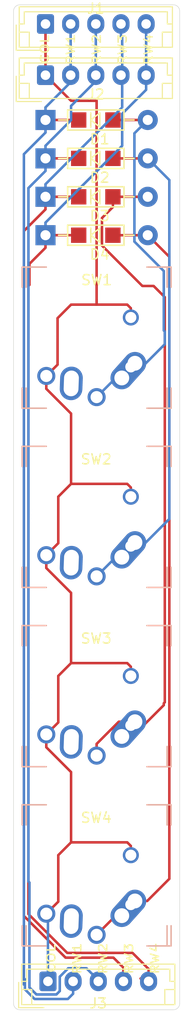
<source format=kicad_pcb>
(kicad_pcb (version 20171130) (host pcbnew "(5.1.2)-1")

  (general
    (thickness 1.6)
    (drawings 10)
    (tracks 182)
    (zones 0)
    (modules 11)
    (nets 10)
  )

  (page A4)
  (layers
    (0 F.Cu signal)
    (31 B.Cu signal)
    (32 B.Adhes user)
    (33 F.Adhes user)
    (34 B.Paste user)
    (35 F.Paste user)
    (36 B.SilkS user)
    (37 F.SilkS user)
    (38 B.Mask user)
    (39 F.Mask user)
    (40 Dwgs.User user)
    (41 Cmts.User user)
    (42 Eco1.User user)
    (43 Eco2.User user)
    (44 Edge.Cuts user)
    (45 Margin user)
    (46 B.CrtYd user)
    (47 F.CrtYd user)
    (48 B.Fab user)
    (49 F.Fab user)
  )

  (setup
    (last_trace_width 0.25)
    (trace_clearance 0.2)
    (zone_clearance 0.508)
    (zone_45_only no)
    (trace_min 0.2)
    (via_size 0.8)
    (via_drill 0.4)
    (via_min_size 0.4)
    (via_min_drill 0.3)
    (uvia_size 0.3)
    (uvia_drill 0.1)
    (uvias_allowed no)
    (uvia_min_size 0.2)
    (uvia_min_drill 0.1)
    (edge_width 0.05)
    (segment_width 0.2)
    (pcb_text_width 0.3)
    (pcb_text_size 1.5 1.5)
    (mod_edge_width 0.12)
    (mod_text_size 1 1)
    (mod_text_width 0.15)
    (pad_size 1.6 1.6)
    (pad_drill 1.1)
    (pad_to_mask_clearance 0.051)
    (solder_mask_min_width 0.25)
    (aux_axis_origin 0 0)
    (visible_elements 7FFFFFFF)
    (pcbplotparams
      (layerselection 0x010fc_ffffffff)
      (usegerberextensions false)
      (usegerberattributes false)
      (usegerberadvancedattributes false)
      (creategerberjobfile false)
      (excludeedgelayer true)
      (linewidth 0.100000)
      (plotframeref false)
      (viasonmask false)
      (mode 1)
      (useauxorigin false)
      (hpglpennumber 1)
      (hpglpenspeed 20)
      (hpglpendiameter 15.000000)
      (psnegative false)
      (psa4output false)
      (plotreference true)
      (plotvalue true)
      (plotinvisibletext false)
      (padsonsilk false)
      (subtractmaskfromsilk false)
      (outputformat 1)
      (mirror false)
      (drillshape 0)
      (scaleselection 1)
      (outputdirectory "gerber/"))
  )

  (net 0 "")
  (net 1 "Net-(D1-Pad2)")
  (net 2 "Net-(D1-Pad1)")
  (net 3 "Net-(D2-Pad2)")
  (net 4 "Net-(D2-Pad1)")
  (net 5 "Net-(D3-Pad2)")
  (net 6 "Net-(D3-Pad1)")
  (net 7 "Net-(D4-Pad2)")
  (net 8 "Net-(D4-Pad1)")
  (net 9 "Net-(J1-Pad1)")

  (net_class Default "これはデフォルトのネット クラスです。"
    (clearance 0.2)
    (trace_width 0.25)
    (via_dia 0.8)
    (via_drill 0.4)
    (uvia_dia 0.3)
    (uvia_drill 0.1)
    (add_net "Net-(D1-Pad1)")
    (add_net "Net-(D1-Pad2)")
    (add_net "Net-(D2-Pad1)")
    (add_net "Net-(D2-Pad2)")
    (add_net "Net-(D3-Pad1)")
    (add_net "Net-(D3-Pad2)")
    (add_net "Net-(D4-Pad1)")
    (add_net "Net-(D4-Pad2)")
    (add_net "Net-(J1-Pad1)")
  )

  (module kailh-pg1425-x-switch:MX-ALPS-Choc-X-straight-oneside (layer F.Cu) (tedit 60430040) (tstamp 60428E2D)
    (at 67.31 82.55 180)
    (path /6041E6F6)
    (fp_text reference SW1 (at -2.54 10.795 180) (layer F.SilkS)
      (effects (font (size 1 1) (thickness 0.15)))
    )
    (fp_text value SW_Push (at -2.54 -5.12 180) (layer F.Fab)
      (effects (font (size 1 1) (thickness 0.15)))
    )
    (fp_line (start -5.09 8.03) (end -5.09 11.63) (layer F.Fab) (width 0.15))
    (fp_line (start -5.09 11.63) (end 0.01 11.63) (layer F.Fab) (width 0.15))
    (fp_line (start 0.01 11.63) (end 0.01 8.03) (layer F.Fab) (width 0.15))
    (fp_line (start 0.01 8.03) (end -5.09 8.03) (layer F.Fab) (width 0.15))
    (fp_line (start 0.009992 11.629836) (end -5.090008 11.629836) (layer B.Fab) (width 0.15))
    (fp_line (start -5.090008 11.629836) (end -5.090008 8.029836) (layer B.Fab) (width 0.15))
    (fp_line (start 0.009992 8.029836) (end 0.009992 11.629836) (layer B.Fab) (width 0.15))
    (fp_line (start -5.090008 8.029836) (end 0.009992 8.029836) (layer B.Fab) (width 0.15))
    (fp_line (start -12.065 -4.445) (end 6.985 -4.445) (layer F.Fab) (width 0.15))
    (fp_line (start 6.985 -4.445) (end 6.985 14.605) (layer F.Fab) (width 0.15))
    (fp_line (start 6.985 14.605) (end -12.065 14.605) (layer F.Fab) (width 0.15))
    (fp_line (start -12.065 14.605) (end -12.065 -4.445) (layer F.Fab) (width 0.15))
    (fp_line (start -10.795 -3.175) (end 5.715 -3.175) (layer F.Fab) (width 0.12))
    (fp_line (start 5.715 -3.175) (end 5.715 13.335) (layer F.Fab) (width 0.12))
    (fp_line (start 5.715 13.335) (end -10.795 13.335) (layer F.Fab) (width 0.12))
    (fp_line (start -10.795 13.335) (end -10.795 -3.175) (layer F.Fab) (width 0.12))
    (fp_text user REF** (at -2.54 8.255 180) (layer F.Fab)
      (effects (font (size 1 1) (thickness 0.15)))
    )
    (fp_line (start -9.94 10.08) (end -9.94 12.08) (layer F.SilkS) (width 0.15))
    (fp_line (start 4.86 12.08) (end 4.86 10.08) (layer B.SilkS) (width 0.15))
    (fp_line (start -9.94 10.08) (end -9.94 12.08) (layer B.SilkS) (width 0.15))
    (fp_line (start -9.94 12.08) (end -7.54 12.08) (layer B.SilkS) (width 0.15))
    (fp_line (start -9.94 -1.92) (end -9.94 0.08) (layer F.SilkS) (width 0.15))
    (fp_line (start -9.54 -1.92) (end -9.54 0.08) (layer F.SilkS) (width 0.15))
    (fp_line (start 4.46 10.08) (end 4.46 12.08) (layer F.SilkS) (width 0.15))
    (fp_line (start -9.94 -1.92) (end -9.94 0.08) (layer B.SilkS) (width 0.15))
    (fp_line (start 4.86 -1.92) (end 4.86 0.08) (layer B.SilkS) (width 0.15))
    (fp_line (start 4.86 10.08) (end 4.86 12.08) (layer F.SilkS) (width 0.15))
    (fp_line (start 4.46 -1.92) (end 4.46 0.08) (layer B.SilkS) (width 0.15))
    (fp_line (start -9.54 10.08) (end -9.54 12.08) (layer F.SilkS) (width 0.15))
    (fp_line (start 4.86 12.08) (end 2.46 12.08) (layer F.SilkS) (width 0.15))
    (fp_line (start 4.46 0.08) (end 4.46 -1.92) (layer F.SilkS) (width 0.15))
    (fp_line (start 4.86 0.08) (end 4.86 -1.92) (layer F.SilkS) (width 0.15))
    (fp_line (start -7.54 -1.92) (end -9.94 -1.92) (layer F.SilkS) (width 0.15))
    (fp_line (start 2.46 -1.92) (end 4.86 -1.92) (layer B.SilkS) (width 0.15))
    (fp_line (start -9.94 12.08) (end -7.54 12.08) (layer F.SilkS) (width 0.15))
    (fp_line (start -9.54 -1.92) (end -9.54 0.08) (layer B.SilkS) (width 0.15))
    (fp_line (start -7.54 -1.92) (end -9.94 -1.92) (layer B.SilkS) (width 0.15))
    (fp_line (start 4.46 12.08) (end 4.46 10.08) (layer B.SilkS) (width 0.15))
    (fp_line (start -9.54 10.08) (end -9.54 12.08) (layer B.SilkS) (width 0.15))
    (fp_line (start 2.46 12.08) (end 4.86 12.08) (layer B.SilkS) (width 0.15))
    (fp_line (start 4.86 -1.92) (end 2.46 -1.92) (layer F.SilkS) (width 0.15))
    (pad "" np_thru_hole circle (at 2.96 5.08 228.1) (size 1.9 1.9) (drill 1.9) (layers *.Cu *.Mask))
    (pad "" np_thru_hole circle (at -8.04 5.08 228.1) (size 1.9 1.9) (drill 1.9) (layers *.Cu *.Mask))
    (pad 1 thru_hole circle (at 2.46 1.28 180) (size 1.8 1.8) (drill 1.2) (layers *.Cu *.Mask)
      (net 9 "Net-(J1-Pad1)"))
    (pad "" np_thru_hole circle (at 2.54 5.08 228.0996) (size 1.75 1.75) (drill 1.75) (layers *.Cu *.Mask))
    (pad "" np_thru_hole circle (at -7.62 5.08 228.0996) (size 1.75 1.75) (drill 1.75) (layers *.Cu *.Mask))
    (pad "" np_thru_hole circle (at -2.54 5.08 180) (size 3.9878 3.9878) (drill 3.9878) (layers *.Cu *.Mask))
    (pad 3 thru_hole oval (at -0.02 0.54 267.8) (size 3.33 2.25) (drill oval 2.55 1.47) (layers *.Cu *.Mask))
    (pad 2 thru_hole custom (at -6.35 2.54 180) (size 2.25 2.25) (drill 1.47) (layers *.Cu *.Mask)
      (net 1 "Net-(D1-Pad2)")
      (options (clearance outline) (anchor circle))
      (primitives
        (gr_line (start 1.61 -1.16) (end 0.3 0.3) (width 1.4))
        (gr_line (start 1.007915 -1.7579) (end -0.34 -0.26) (width 1.4))
        (gr_arc (start 1.31 -1.46) (end 1.61 -1.16) (angle -180.3) (width 1.4))
      ))
    (pad "" np_thru_hole circle (at -7.76 9.28 228.1) (size 1.2 1.2) (drill 1.2) (layers *.Cu *.Mask))
    (pad "" np_thru_hole oval (at -0.635 5.97916 180) (size 0.5 4.1) (drill oval 0.5 4.1) (layers *.Cu *.Mask))
    (pad "" np_thru_hole oval (at -4.84 5.98 180) (size 0.5 4.1) (drill oval 0.5 4.1) (layers *.Cu *.Mask))
    (pad "" np_thru_hole oval (at -2.54 6.88 180) (size 5.1 1.5) (drill oval 5.1 1.5) (layers *.Cu *.Mask))
    (pad "" np_thru_hole oval (at -4.44 5.98 180) (size 0.5 4.1) (drill oval 0.5 4.1) (layers *.Cu *.Mask))
    (pad "" np_thru_hole oval (at -2.54 7.78 180) (size 5.1 0.5) (drill oval 5.1 0.5) (layers *.Cu *.Mask))
    (pad "" np_thru_hole oval (at -2.54 4.18 180) (size 5.1 0.5) (drill oval 5.1 0.5) (layers *.Cu *.Mask))
    (pad "" np_thru_hole oval (at -0.24 5.98 180) (size 0.5 4.1) (drill oval 0.5 4.1) (layers *.Cu *.Mask))
    (pad 2 thru_hole circle (at -2.54 -0.82 180) (size 1.8 1.8) (drill 1.2) (layers *.Cu *.Mask)
      (net 1 "Net-(D1-Pad2)") (zone_connect 0))
    (pad 2 thru_hole circle (at -5.04 1.08 180) (size 2.25 2.25) (drill 1.47) (layers *.Cu B.Mask)
      (net 1 "Net-(D1-Pad2)"))
    (pad "" np_thru_hole circle (at 2.959992 10.579836) (size 1.3 1.3) (drill 1.3) (layers *.Cu *.Mask))
    (pad 1 thru_hole circle (at -5.940008 7.079836) (size 1.6 1.6) (drill 1.1) (layers *.Cu *.Mask)
      (net 9 "Net-(J1-Pad1)"))
    (pad "" np_thru_hole circle (at -8.040008 -0.420164) (size 1.3 1.3) (drill 1.3) (layers *.Cu *.Mask))
    (pad 2 thru_hole circle (at -5.940008 2.179836) (size 1.6 1.6) (drill 1.1) (layers *.Cu *.Mask)
      (net 1 "Net-(D1-Pad2)"))
  )

  (module pineapple50:Diode_TH_SOD123 (layer F.Cu) (tedit 5FC36182) (tstamp 60428D28)
    (at 64.77 55.88)
    (descr "Diode, DO-41, SOD81, Horizontal, RM 10mm,")
    (tags "Diode, DO-41, SOD81, Horizontal, RM 10mm, 1N4007, SB140,")
    (path /6041EBA4)
    (fp_text reference D1 (at 5.38734 1.90246) (layer F.SilkS)
      (effects (font (size 1 1) (thickness 0.15)))
    )
    (fp_text value D (at 4.37134 -3.55854) (layer F.Fab) hide
      (effects (font (size 1 1) (thickness 0.15)))
    )
    (fp_line (start 2.2 1) (end 2.2 -1) (layer F.SilkS) (width 0.15))
    (fp_line (start 2.2 -1) (end 7.8 -1) (layer F.SilkS) (width 0.15))
    (fp_line (start 7.8 -1) (end 7.8 1) (layer F.SilkS) (width 0.15))
    (fp_line (start 7.8 1) (end 2.2 1) (layer F.SilkS) (width 0.15))
    (fp_line (start 7.8 0) (end 8.8 0) (layer F.SilkS) (width 0.15))
    (fp_line (start 1.3 0) (end 2.2 0) (layer F.SilkS) (width 0.15))
    (fp_line (start 5.4 -0.7) (end 5.4 0.7) (layer F.SilkS) (width 0.15))
    (fp_line (start 5.4 0.7) (end 4.5 0) (layer F.SilkS) (width 0.15))
    (fp_line (start 4.5 0) (end 5.4 -0.7) (layer F.SilkS) (width 0.15))
    (fp_line (start 4.5 -0.7) (end 4.5 0.7) (layer F.SilkS) (width 0.15))
    (pad 2 smd rect (at 6.7 0) (size 1.524 1.524) (layers F.Cu F.Paste F.Mask)
      (net 1 "Net-(D1-Pad2)"))
    (pad 1 smd rect (at 3.3 0) (size 1.524 1.524) (layers F.Cu F.Paste F.Mask)
      (net 2 "Net-(D1-Pad1)"))
    (pad 1 thru_hole rect (at 0 -0.00254 180) (size 1.99898 1.99898) (drill 1) (layers *.Cu *.Mask)
      (net 2 "Net-(D1-Pad1)"))
    (pad 2 thru_hole circle (at 10.16 -0.00254 180) (size 1.99898 1.99898) (drill 1) (layers *.Cu *.Mask)
      (net 1 "Net-(D1-Pad2)"))
  )

  (module pineapple50:Diode_TH_SOD123 (layer F.Cu) (tedit 5FC36182) (tstamp 60428D3A)
    (at 64.77 59.69)
    (descr "Diode, DO-41, SOD81, Horizontal, RM 10mm,")
    (tags "Diode, DO-41, SOD81, Horizontal, RM 10mm, 1N4007, SB140,")
    (path /60421705)
    (fp_text reference D2 (at 5.38734 1.90246) (layer F.SilkS)
      (effects (font (size 1 1) (thickness 0.15)))
    )
    (fp_text value D (at 4.37134 -3.55854) (layer F.Fab) hide
      (effects (font (size 1 1) (thickness 0.15)))
    )
    (fp_line (start 2.2 1) (end 2.2 -1) (layer F.SilkS) (width 0.15))
    (fp_line (start 2.2 -1) (end 7.8 -1) (layer F.SilkS) (width 0.15))
    (fp_line (start 7.8 -1) (end 7.8 1) (layer F.SilkS) (width 0.15))
    (fp_line (start 7.8 1) (end 2.2 1) (layer F.SilkS) (width 0.15))
    (fp_line (start 7.8 0) (end 8.8 0) (layer F.SilkS) (width 0.15))
    (fp_line (start 1.3 0) (end 2.2 0) (layer F.SilkS) (width 0.15))
    (fp_line (start 5.4 -0.7) (end 5.4 0.7) (layer F.SilkS) (width 0.15))
    (fp_line (start 5.4 0.7) (end 4.5 0) (layer F.SilkS) (width 0.15))
    (fp_line (start 4.5 0) (end 5.4 -0.7) (layer F.SilkS) (width 0.15))
    (fp_line (start 4.5 -0.7) (end 4.5 0.7) (layer F.SilkS) (width 0.15))
    (pad 2 smd rect (at 6.7 0) (size 1.524 1.524) (layers F.Cu F.Paste F.Mask)
      (net 3 "Net-(D2-Pad2)"))
    (pad 1 smd rect (at 3.3 0) (size 1.524 1.524) (layers F.Cu F.Paste F.Mask)
      (net 4 "Net-(D2-Pad1)"))
    (pad 1 thru_hole rect (at 0 -0.00254 180) (size 1.99898 1.99898) (drill 1) (layers *.Cu *.Mask)
      (net 4 "Net-(D2-Pad1)"))
    (pad 2 thru_hole circle (at 10.16 -0.00254 180) (size 1.99898 1.99898) (drill 1) (layers *.Cu *.Mask)
      (net 3 "Net-(D2-Pad2)"))
  )

  (module pineapple50:Diode_TH_SOD123 (layer F.Cu) (tedit 5FC36182) (tstamp 60428D4C)
    (at 64.77 63.5)
    (descr "Diode, DO-41, SOD81, Horizontal, RM 10mm,")
    (tags "Diode, DO-41, SOD81, Horizontal, RM 10mm, 1N4007, SB140,")
    (path /6042280B)
    (fp_text reference D3 (at 5.38734 1.90246) (layer F.SilkS)
      (effects (font (size 1 1) (thickness 0.15)))
    )
    (fp_text value D (at 4.37134 -3.55854) (layer F.Fab) hide
      (effects (font (size 1 1) (thickness 0.15)))
    )
    (fp_line (start 2.2 1) (end 2.2 -1) (layer F.SilkS) (width 0.15))
    (fp_line (start 2.2 -1) (end 7.8 -1) (layer F.SilkS) (width 0.15))
    (fp_line (start 7.8 -1) (end 7.8 1) (layer F.SilkS) (width 0.15))
    (fp_line (start 7.8 1) (end 2.2 1) (layer F.SilkS) (width 0.15))
    (fp_line (start 7.8 0) (end 8.8 0) (layer F.SilkS) (width 0.15))
    (fp_line (start 1.3 0) (end 2.2 0) (layer F.SilkS) (width 0.15))
    (fp_line (start 5.4 -0.7) (end 5.4 0.7) (layer F.SilkS) (width 0.15))
    (fp_line (start 5.4 0.7) (end 4.5 0) (layer F.SilkS) (width 0.15))
    (fp_line (start 4.5 0) (end 5.4 -0.7) (layer F.SilkS) (width 0.15))
    (fp_line (start 4.5 -0.7) (end 4.5 0.7) (layer F.SilkS) (width 0.15))
    (pad 2 smd rect (at 6.7 0) (size 1.524 1.524) (layers F.Cu F.Paste F.Mask)
      (net 5 "Net-(D3-Pad2)"))
    (pad 1 smd rect (at 3.3 0) (size 1.524 1.524) (layers F.Cu F.Paste F.Mask)
      (net 6 "Net-(D3-Pad1)"))
    (pad 1 thru_hole rect (at 0 -0.00254 180) (size 1.99898 1.99898) (drill 1) (layers *.Cu *.Mask)
      (net 6 "Net-(D3-Pad1)"))
    (pad 2 thru_hole circle (at 10.16 -0.00254 180) (size 1.99898 1.99898) (drill 1) (layers *.Cu *.Mask)
      (net 5 "Net-(D3-Pad2)"))
  )

  (module pineapple50:Diode_TH_SOD123 (layer F.Cu) (tedit 5FC36182) (tstamp 60428D5E)
    (at 64.77 67.31)
    (descr "Diode, DO-41, SOD81, Horizontal, RM 10mm,")
    (tags "Diode, DO-41, SOD81, Horizontal, RM 10mm, 1N4007, SB140,")
    (path /60422817)
    (fp_text reference D4 (at 5.38734 1.90246) (layer F.SilkS)
      (effects (font (size 1 1) (thickness 0.15)))
    )
    (fp_text value D (at 4.37134 -3.55854) (layer F.Fab) hide
      (effects (font (size 1 1) (thickness 0.15)))
    )
    (fp_line (start 2.2 1) (end 2.2 -1) (layer F.SilkS) (width 0.15))
    (fp_line (start 2.2 -1) (end 7.8 -1) (layer F.SilkS) (width 0.15))
    (fp_line (start 7.8 -1) (end 7.8 1) (layer F.SilkS) (width 0.15))
    (fp_line (start 7.8 1) (end 2.2 1) (layer F.SilkS) (width 0.15))
    (fp_line (start 7.8 0) (end 8.8 0) (layer F.SilkS) (width 0.15))
    (fp_line (start 1.3 0) (end 2.2 0) (layer F.SilkS) (width 0.15))
    (fp_line (start 5.4 -0.7) (end 5.4 0.7) (layer F.SilkS) (width 0.15))
    (fp_line (start 5.4 0.7) (end 4.5 0) (layer F.SilkS) (width 0.15))
    (fp_line (start 4.5 0) (end 5.4 -0.7) (layer F.SilkS) (width 0.15))
    (fp_line (start 4.5 -0.7) (end 4.5 0.7) (layer F.SilkS) (width 0.15))
    (pad 2 smd rect (at 6.7 0) (size 1.524 1.524) (layers F.Cu F.Paste F.Mask)
      (net 7 "Net-(D4-Pad2)"))
    (pad 1 smd rect (at 3.3 0) (size 1.524 1.524) (layers F.Cu F.Paste F.Mask)
      (net 8 "Net-(D4-Pad1)"))
    (pad 1 thru_hole rect (at 0 -0.00254 180) (size 1.99898 1.99898) (drill 1) (layers *.Cu *.Mask)
      (net 8 "Net-(D4-Pad1)"))
    (pad 2 thru_hole circle (at 10.16 -0.00254 180) (size 1.99898 1.99898) (drill 1) (layers *.Cu *.Mask)
      (net 7 "Net-(D4-Pad2)"))
  )

  (module Connector_JST:JST_EH_B5B-EH-A_1x05_P2.50mm_Vertical (layer F.Cu) (tedit 5C28142C) (tstamp 60428D81)
    (at 64.77 46.355)
    (descr "JST EH series connector, B5B-EH-A (http://www.jst-mfg.com/product/pdf/eng/eEH.pdf), generated with kicad-footprint-generator")
    (tags "connector JST EH vertical")
    (path /604259C0)
    (fp_text reference J1 (at 5 -1.53) (layer F.SilkS)
      (effects (font (size 1 1) (thickness 0.15)))
    )
    (fp_text value Conn_01x05 (at 5 3.4) (layer F.Fab)
      (effects (font (size 1 1) (thickness 0.15)))
    )
    (fp_text user %R (at 5 1.5) (layer F.Fab)
      (effects (font (size 1 1) (thickness 0.15)))
    )
    (fp_line (start -2.91 2.61) (end -0.41 2.61) (layer F.Fab) (width 0.1))
    (fp_line (start -2.91 0.11) (end -2.91 2.61) (layer F.Fab) (width 0.1))
    (fp_line (start -2.91 2.61) (end -0.41 2.61) (layer F.SilkS) (width 0.12))
    (fp_line (start -2.91 0.11) (end -2.91 2.61) (layer F.SilkS) (width 0.12))
    (fp_line (start 11.61 0.81) (end 11.61 2.31) (layer F.SilkS) (width 0.12))
    (fp_line (start 12.61 0.81) (end 11.61 0.81) (layer F.SilkS) (width 0.12))
    (fp_line (start -1.61 0.81) (end -1.61 2.31) (layer F.SilkS) (width 0.12))
    (fp_line (start -2.61 0.81) (end -1.61 0.81) (layer F.SilkS) (width 0.12))
    (fp_line (start 12.11 0) (end 12.61 0) (layer F.SilkS) (width 0.12))
    (fp_line (start 12.11 -1.21) (end 12.11 0) (layer F.SilkS) (width 0.12))
    (fp_line (start -2.11 -1.21) (end 12.11 -1.21) (layer F.SilkS) (width 0.12))
    (fp_line (start -2.11 0) (end -2.11 -1.21) (layer F.SilkS) (width 0.12))
    (fp_line (start -2.61 0) (end -2.11 0) (layer F.SilkS) (width 0.12))
    (fp_line (start 12.61 -1.71) (end -2.61 -1.71) (layer F.SilkS) (width 0.12))
    (fp_line (start 12.61 2.31) (end 12.61 -1.71) (layer F.SilkS) (width 0.12))
    (fp_line (start -2.61 2.31) (end 12.61 2.31) (layer F.SilkS) (width 0.12))
    (fp_line (start -2.61 -1.71) (end -2.61 2.31) (layer F.SilkS) (width 0.12))
    (fp_line (start 13 -2.1) (end -3 -2.1) (layer F.CrtYd) (width 0.05))
    (fp_line (start 13 2.7) (end 13 -2.1) (layer F.CrtYd) (width 0.05))
    (fp_line (start -3 2.7) (end 13 2.7) (layer F.CrtYd) (width 0.05))
    (fp_line (start -3 -2.1) (end -3 2.7) (layer F.CrtYd) (width 0.05))
    (fp_line (start 12.5 -1.6) (end -2.5 -1.6) (layer F.Fab) (width 0.1))
    (fp_line (start 12.5 2.2) (end 12.5 -1.6) (layer F.Fab) (width 0.1))
    (fp_line (start -2.5 2.2) (end 12.5 2.2) (layer F.Fab) (width 0.1))
    (fp_line (start -2.5 -1.6) (end -2.5 2.2) (layer F.Fab) (width 0.1))
    (pad 5 thru_hole oval (at 10 0) (size 1.7 1.95) (drill 0.95) (layers *.Cu *.Mask)
      (net 8 "Net-(D4-Pad1)"))
    (pad 4 thru_hole oval (at 7.5 0) (size 1.7 1.95) (drill 0.95) (layers *.Cu *.Mask)
      (net 6 "Net-(D3-Pad1)"))
    (pad 3 thru_hole oval (at 5 0) (size 1.7 1.95) (drill 0.95) (layers *.Cu *.Mask)
      (net 4 "Net-(D2-Pad1)"))
    (pad 2 thru_hole oval (at 2.5 0) (size 1.7 1.95) (drill 0.95) (layers *.Cu *.Mask)
      (net 2 "Net-(D1-Pad1)"))
    (pad 1 thru_hole roundrect (at 0 0) (size 1.7 1.95) (drill 0.95) (layers *.Cu *.Mask) (roundrect_rratio 0.147059)
      (net 9 "Net-(J1-Pad1)"))
    (model ${KISYS3DMOD}/Connector_JST.3dshapes/JST_EH_B5B-EH-A_1x05_P2.50mm_Vertical.wrl
      (at (xyz 0 0 0))
      (scale (xyz 1 1 1))
      (rotate (xyz 0 0 0))
    )
  )

  (module Connector_JST:JST_EH_B5B-EH-A_1x05_P2.50mm_Vertical (layer F.Cu) (tedit 5C28142C) (tstamp 60428DA4)
    (at 64.77 51.435)
    (descr "JST EH series connector, B5B-EH-A (http://www.jst-mfg.com/product/pdf/eng/eEH.pdf), generated with kicad-footprint-generator")
    (tags "connector JST EH vertical")
    (path /60423841)
    (fp_text reference J2 (at 5 1.905) (layer F.SilkS)
      (effects (font (size 1 1) (thickness 0.15)))
    )
    (fp_text value Conn_01x05 (at 5 3.4) (layer F.Fab)
      (effects (font (size 1 1) (thickness 0.15)))
    )
    (fp_text user %R (at 5 1.5) (layer F.Fab)
      (effects (font (size 1 1) (thickness 0.15)))
    )
    (fp_line (start -2.91 2.61) (end -0.41 2.61) (layer F.Fab) (width 0.1))
    (fp_line (start -2.91 0.11) (end -2.91 2.61) (layer F.Fab) (width 0.1))
    (fp_line (start -2.91 2.61) (end -0.41 2.61) (layer F.SilkS) (width 0.12))
    (fp_line (start -2.91 0.11) (end -2.91 2.61) (layer F.SilkS) (width 0.12))
    (fp_line (start 11.61 0.81) (end 11.61 2.31) (layer F.SilkS) (width 0.12))
    (fp_line (start 12.61 0.81) (end 11.61 0.81) (layer F.SilkS) (width 0.12))
    (fp_line (start -1.61 0.81) (end -1.61 2.31) (layer F.SilkS) (width 0.12))
    (fp_line (start -2.61 0.81) (end -1.61 0.81) (layer F.SilkS) (width 0.12))
    (fp_line (start 12.11 0) (end 12.61 0) (layer F.SilkS) (width 0.12))
    (fp_line (start 12.11 -1.21) (end 12.11 0) (layer F.SilkS) (width 0.12))
    (fp_line (start -2.11 -1.21) (end 12.11 -1.21) (layer F.SilkS) (width 0.12))
    (fp_line (start -2.11 0) (end -2.11 -1.21) (layer F.SilkS) (width 0.12))
    (fp_line (start -2.61 0) (end -2.11 0) (layer F.SilkS) (width 0.12))
    (fp_line (start 12.61 -1.71) (end -2.61 -1.71) (layer F.SilkS) (width 0.12))
    (fp_line (start 12.61 2.31) (end 12.61 -1.71) (layer F.SilkS) (width 0.12))
    (fp_line (start -2.61 2.31) (end 12.61 2.31) (layer F.SilkS) (width 0.12))
    (fp_line (start -2.61 -1.71) (end -2.61 2.31) (layer F.SilkS) (width 0.12))
    (fp_line (start 13 -2.1) (end -3 -2.1) (layer F.CrtYd) (width 0.05))
    (fp_line (start 13 2.7) (end 13 -2.1) (layer F.CrtYd) (width 0.05))
    (fp_line (start -3 2.7) (end 13 2.7) (layer F.CrtYd) (width 0.05))
    (fp_line (start -3 -2.1) (end -3 2.7) (layer F.CrtYd) (width 0.05))
    (fp_line (start 12.5 -1.6) (end -2.5 -1.6) (layer F.Fab) (width 0.1))
    (fp_line (start 12.5 2.2) (end 12.5 -1.6) (layer F.Fab) (width 0.1))
    (fp_line (start -2.5 2.2) (end 12.5 2.2) (layer F.Fab) (width 0.1))
    (fp_line (start -2.5 -1.6) (end -2.5 2.2) (layer F.Fab) (width 0.1))
    (pad 5 thru_hole oval (at 10 0) (size 1.7 1.95) (drill 0.95) (layers *.Cu *.Mask)
      (net 8 "Net-(D4-Pad1)"))
    (pad 4 thru_hole oval (at 7.5 0) (size 1.7 1.95) (drill 0.95) (layers *.Cu *.Mask)
      (net 6 "Net-(D3-Pad1)"))
    (pad 3 thru_hole oval (at 5 0) (size 1.7 1.95) (drill 0.95) (layers *.Cu *.Mask)
      (net 4 "Net-(D2-Pad1)"))
    (pad 2 thru_hole oval (at 2.5 0) (size 1.7 1.95) (drill 0.95) (layers *.Cu *.Mask)
      (net 2 "Net-(D1-Pad1)"))
    (pad 1 thru_hole roundrect (at 0 0) (size 1.7 1.95) (drill 0.95) (layers *.Cu *.Mask) (roundrect_rratio 0.147059)
      (net 9 "Net-(J1-Pad1)"))
    (model ${KISYS3DMOD}/Connector_JST.3dshapes/JST_EH_B5B-EH-A_1x05_P2.50mm_Vertical.wrl
      (at (xyz 0 0 0))
      (scale (xyz 1 1 1))
      (rotate (xyz 0 0 0))
    )
  )

  (module Connector_JST:JST_EH_B5B-EH-A_1x05_P2.50mm_Vertical (layer F.Cu) (tedit 5C28142C) (tstamp 604304A2)
    (at 65.015001 141.325001)
    (descr "JST EH series connector, B5B-EH-A (http://www.jst-mfg.com/product/pdf/eng/eEH.pdf), generated with kicad-footprint-generator")
    (tags "connector JST EH vertical")
    (path /60425C54)
    (fp_text reference J3 (at 5 2.184999) (layer F.SilkS)
      (effects (font (size 1 1) (thickness 0.15)))
    )
    (fp_text value Conn_01x05 (at 5 3.4) (layer F.Fab)
      (effects (font (size 1 1) (thickness 0.15)))
    )
    (fp_text user %R (at 5 1.5) (layer F.Fab)
      (effects (font (size 1 1) (thickness 0.15)))
    )
    (fp_line (start -2.91 2.61) (end -0.41 2.61) (layer F.Fab) (width 0.1))
    (fp_line (start -2.91 0.11) (end -2.91 2.61) (layer F.Fab) (width 0.1))
    (fp_line (start -2.91 2.61) (end -0.41 2.61) (layer F.SilkS) (width 0.12))
    (fp_line (start -2.91 0.11) (end -2.91 2.61) (layer F.SilkS) (width 0.12))
    (fp_line (start 11.61 0.81) (end 11.61 2.31) (layer F.SilkS) (width 0.12))
    (fp_line (start 12.61 0.81) (end 11.61 0.81) (layer F.SilkS) (width 0.12))
    (fp_line (start -1.61 0.81) (end -1.61 2.31) (layer F.SilkS) (width 0.12))
    (fp_line (start -2.61 0.81) (end -1.61 0.81) (layer F.SilkS) (width 0.12))
    (fp_line (start 12.11 0) (end 12.61 0) (layer F.SilkS) (width 0.12))
    (fp_line (start 12.11 -1.21) (end 12.11 0) (layer F.SilkS) (width 0.12))
    (fp_line (start -2.11 -1.21) (end 12.11 -1.21) (layer F.SilkS) (width 0.12))
    (fp_line (start -2.11 0) (end -2.11 -1.21) (layer F.SilkS) (width 0.12))
    (fp_line (start -2.61 0) (end -2.11 0) (layer F.SilkS) (width 0.12))
    (fp_line (start 12.61 -1.71) (end -2.61 -1.71) (layer F.SilkS) (width 0.12))
    (fp_line (start 12.61 2.31) (end 12.61 -1.71) (layer F.SilkS) (width 0.12))
    (fp_line (start -2.61 2.31) (end 12.61 2.31) (layer F.SilkS) (width 0.12))
    (fp_line (start -2.61 -1.71) (end -2.61 2.31) (layer F.SilkS) (width 0.12))
    (fp_line (start 13 -2.1) (end -3 -2.1) (layer F.CrtYd) (width 0.05))
    (fp_line (start 13 2.7) (end 13 -2.1) (layer F.CrtYd) (width 0.05))
    (fp_line (start -3 2.7) (end 13 2.7) (layer F.CrtYd) (width 0.05))
    (fp_line (start -3 -2.1) (end -3 2.7) (layer F.CrtYd) (width 0.05))
    (fp_line (start 12.5 -1.6) (end -2.5 -1.6) (layer F.Fab) (width 0.1))
    (fp_line (start 12.5 2.2) (end 12.5 -1.6) (layer F.Fab) (width 0.1))
    (fp_line (start -2.5 2.2) (end 12.5 2.2) (layer F.Fab) (width 0.1))
    (fp_line (start -2.5 -1.6) (end -2.5 2.2) (layer F.Fab) (width 0.1))
    (pad 5 thru_hole oval (at 10 0) (size 1.7 1.95) (drill 0.95) (layers *.Cu *.Mask)
      (net 8 "Net-(D4-Pad1)"))
    (pad 4 thru_hole oval (at 7.5 0) (size 1.7 1.95) (drill 0.95) (layers *.Cu *.Mask)
      (net 6 "Net-(D3-Pad1)"))
    (pad 3 thru_hole oval (at 5 0) (size 1.7 1.95) (drill 0.95) (layers *.Cu *.Mask)
      (net 4 "Net-(D2-Pad1)"))
    (pad 2 thru_hole oval (at 2.5 0) (size 1.7 1.95) (drill 0.95) (layers *.Cu *.Mask)
      (net 2 "Net-(D1-Pad1)"))
    (pad 1 thru_hole roundrect (at 0 0) (size 1.7 1.95) (drill 0.95) (layers *.Cu *.Mask) (roundrect_rratio 0.147059)
      (net 9 "Net-(J1-Pad1)"))
    (model ${KISYS3DMOD}/Connector_JST.3dshapes/JST_EH_B5B-EH-A_1x05_P2.50mm_Vertical.wrl
      (at (xyz 0 0 0))
      (scale (xyz 1 1 1))
      (rotate (xyz 0 0 0))
    )
  )

  (module kailh-pg1425-x-switch:MX-ALPS-Choc-X-straight-oneside (layer F.Cu) (tedit 6042F972) (tstamp 604293EB)
    (at 67.31 100.33 180)
    (path /604216FF)
    (fp_text reference SW2 (at -2.5 10.795) (layer F.SilkS)
      (effects (font (size 1 1) (thickness 0.15)))
    )
    (fp_text value SW_Push (at -2.54 -5.12) (layer F.Fab)
      (effects (font (size 1 1) (thickness 0.15)))
    )
    (fp_line (start -5.09 8.03) (end -5.09 11.63) (layer F.Fab) (width 0.15))
    (fp_line (start -5.09 11.63) (end 0.01 11.63) (layer F.Fab) (width 0.15))
    (fp_line (start 0.01 11.63) (end 0.01 8.03) (layer F.Fab) (width 0.15))
    (fp_line (start 0.01 8.03) (end -5.09 8.03) (layer F.Fab) (width 0.15))
    (fp_line (start 0.009992 11.629836) (end -5.090008 11.629836) (layer B.Fab) (width 0.15))
    (fp_line (start -5.090008 11.629836) (end -5.090008 8.029836) (layer B.Fab) (width 0.15))
    (fp_line (start 0.009992 8.029836) (end 0.009992 11.629836) (layer B.Fab) (width 0.15))
    (fp_line (start -5.090008 8.029836) (end 0.009992 8.029836) (layer B.Fab) (width 0.15))
    (fp_line (start -12.065 -4.445) (end 6.985 -4.445) (layer F.Fab) (width 0.15))
    (fp_line (start 6.985 -4.445) (end 6.985 14.605) (layer F.Fab) (width 0.15))
    (fp_line (start 6.985 14.605) (end -12.065 14.605) (layer F.Fab) (width 0.15))
    (fp_line (start -12.065 14.605) (end -12.065 -4.445) (layer F.Fab) (width 0.15))
    (fp_line (start -10.795 -3.175) (end 5.715 -3.175) (layer F.Fab) (width 0.12))
    (fp_line (start 5.715 -3.175) (end 5.715 13.335) (layer F.Fab) (width 0.12))
    (fp_line (start 5.715 13.335) (end -10.795 13.335) (layer F.Fab) (width 0.12))
    (fp_line (start -10.795 13.335) (end -10.795 -3.175) (layer F.Fab) (width 0.12))
    (fp_text user REF** (at -2.54 8.255) (layer F.Fab)
      (effects (font (size 1 1) (thickness 0.15)))
    )
    (fp_line (start -9.94 10.08) (end -9.94 12.08) (layer F.SilkS) (width 0.15))
    (fp_line (start 4.86 12.08) (end 4.86 10.08) (layer B.SilkS) (width 0.15))
    (fp_line (start -9.94 10.08) (end -9.94 12.08) (layer B.SilkS) (width 0.15))
    (fp_line (start -9.94 12.08) (end -7.54 12.08) (layer B.SilkS) (width 0.15))
    (fp_line (start -9.94 -1.92) (end -9.94 0.08) (layer F.SilkS) (width 0.15))
    (fp_line (start -9.54 -1.92) (end -9.54 0.08) (layer F.SilkS) (width 0.15))
    (fp_line (start 4.46 10.08) (end 4.46 12.08) (layer F.SilkS) (width 0.15))
    (fp_line (start -9.94 -1.92) (end -9.94 0.08) (layer B.SilkS) (width 0.15))
    (fp_line (start 4.86 -1.92) (end 4.86 0.08) (layer B.SilkS) (width 0.15))
    (fp_line (start 4.86 10.08) (end 4.86 12.08) (layer F.SilkS) (width 0.15))
    (fp_line (start 4.46 -1.92) (end 4.46 0.08) (layer B.SilkS) (width 0.15))
    (fp_line (start -9.54 10.08) (end -9.54 12.08) (layer F.SilkS) (width 0.15))
    (fp_line (start 4.86 12.08) (end 2.46 12.08) (layer F.SilkS) (width 0.15))
    (fp_line (start 4.46 0.08) (end 4.46 -1.92) (layer F.SilkS) (width 0.15))
    (fp_line (start 4.86 0.08) (end 4.86 -1.92) (layer F.SilkS) (width 0.15))
    (fp_line (start -7.54 -1.92) (end -9.94 -1.92) (layer F.SilkS) (width 0.15))
    (fp_line (start 2.46 -1.92) (end 4.86 -1.92) (layer B.SilkS) (width 0.15))
    (fp_line (start -9.94 12.08) (end -7.54 12.08) (layer F.SilkS) (width 0.15))
    (fp_line (start -9.54 -1.92) (end -9.54 0.08) (layer B.SilkS) (width 0.15))
    (fp_line (start -7.54 -1.92) (end -9.94 -1.92) (layer B.SilkS) (width 0.15))
    (fp_line (start 4.46 12.08) (end 4.46 10.08) (layer B.SilkS) (width 0.15))
    (fp_line (start -9.54 10.08) (end -9.54 12.08) (layer B.SilkS) (width 0.15))
    (fp_line (start 2.46 12.08) (end 4.86 12.08) (layer B.SilkS) (width 0.15))
    (fp_line (start 4.86 -1.92) (end 2.46 -1.92) (layer F.SilkS) (width 0.15))
    (pad "" np_thru_hole circle (at 2.96 5.08 228.1) (size 1.9 1.9) (drill 1.9) (layers *.Cu *.Mask))
    (pad "" np_thru_hole circle (at -8.04 5.08 228.1) (size 1.9 1.9) (drill 1.9) (layers *.Cu *.Mask))
    (pad 1 thru_hole circle (at 2.46 1.28 180) (size 1.8 1.8) (drill 1.2) (layers *.Cu *.Mask)
      (net 9 "Net-(J1-Pad1)"))
    (pad "" np_thru_hole circle (at 2.54 5.08 228.0996) (size 1.75 1.75) (drill 1.75) (layers *.Cu *.Mask))
    (pad "" np_thru_hole circle (at -7.62 5.08 228.0996) (size 1.75 1.75) (drill 1.75) (layers *.Cu *.Mask))
    (pad "" np_thru_hole circle (at -2.54 5.08 180) (size 3.9878 3.9878) (drill 3.9878) (layers *.Cu *.Mask))
    (pad 3 thru_hole oval (at -0.02 0.54 267.8) (size 3.33 2.25) (drill oval 2.55 1.47) (layers *.Cu *.Mask))
    (pad 2 thru_hole custom (at -6.35 2.54 180) (size 2.25 2.25) (drill 1.47) (layers *.Cu *.Mask)
      (net 3 "Net-(D2-Pad2)")
      (options (clearance outline) (anchor circle))
      (primitives
        (gr_line (start 1.61 -1.16) (end 0.3 0.3) (width 1.4))
        (gr_line (start 1.007915 -1.7579) (end -0.34 -0.26) (width 1.4))
        (gr_arc (start 1.31 -1.46) (end 1.61 -1.16) (angle -180.3) (width 1.4))
      ))
    (pad "" np_thru_hole circle (at -7.76 9.28 228.1) (size 1.2 1.2) (drill 1.2) (layers *.Cu *.Mask))
    (pad "" np_thru_hole oval (at -0.635 5.97916 180) (size 0.5 4.1) (drill oval 0.5 4.1) (layers *.Cu *.Mask))
    (pad "" np_thru_hole oval (at -4.84 5.98 180) (size 0.5 4.1) (drill oval 0.5 4.1) (layers *.Cu *.Mask))
    (pad "" np_thru_hole oval (at -2.54 6.88 180) (size 5.1 1.5) (drill oval 5.1 1.5) (layers *.Cu *.Mask))
    (pad "" np_thru_hole oval (at -4.44 5.98 180) (size 0.5 4.1) (drill oval 0.5 4.1) (layers *.Cu *.Mask))
    (pad "" np_thru_hole oval (at -2.54 7.78 180) (size 5.1 0.5) (drill oval 5.1 0.5) (layers *.Cu *.Mask))
    (pad "" np_thru_hole oval (at -2.54 4.18 180) (size 5.1 0.5) (drill oval 5.1 0.5) (layers *.Cu *.Mask))
    (pad "" np_thru_hole oval (at -0.24 5.98 180) (size 0.5 4.1) (drill oval 0.5 4.1) (layers *.Cu *.Mask))
    (pad 2 thru_hole circle (at -2.54 -0.82 180) (size 1.8 1.8) (drill 1.2) (layers *.Cu *.Mask)
      (net 3 "Net-(D2-Pad2)") (zone_connect 0))
    (pad 2 thru_hole circle (at -5.04 1.08 180) (size 2.25 2.25) (drill 1.47) (layers *.Cu B.Mask)
      (net 3 "Net-(D2-Pad2)"))
    (pad "" np_thru_hole circle (at 2.959992 10.579836) (size 1.3 1.3) (drill 1.3) (layers *.Cu *.Mask))
    (pad 1 thru_hole circle (at -5.940008 7.079836) (size 1.6 1.6) (drill 1.1) (layers *.Cu *.Mask)
      (net 9 "Net-(J1-Pad1)"))
    (pad "" np_thru_hole circle (at -8.040008 -0.420164) (size 1.3 1.3) (drill 1.3) (layers *.Cu *.Mask))
    (pad 2 thru_hole circle (at -5.940008 2.179836) (size 1.6 1.6) (drill 1.1) (layers *.Cu *.Mask)
      (net 3 "Net-(D2-Pad2)"))
  )

  (module kailh-pg1425-x-switch:MX-ALPS-Choc-X-straight-oneside (layer F.Cu) (tedit 6042F972) (tstamp 60428EB3)
    (at 67.31 118.11 180)
    (path /60422805)
    (fp_text reference SW3 (at -2.5 10.795) (layer F.SilkS)
      (effects (font (size 1 1) (thickness 0.15)))
    )
    (fp_text value SW_Push (at -2.54 -5.12) (layer F.Fab)
      (effects (font (size 1 1) (thickness 0.15)))
    )
    (fp_line (start -5.09 8.03) (end -5.09 11.63) (layer F.Fab) (width 0.15))
    (fp_line (start -5.09 11.63) (end 0.01 11.63) (layer F.Fab) (width 0.15))
    (fp_line (start 0.01 11.63) (end 0.01 8.03) (layer F.Fab) (width 0.15))
    (fp_line (start 0.01 8.03) (end -5.09 8.03) (layer F.Fab) (width 0.15))
    (fp_line (start 0.009992 11.629836) (end -5.090008 11.629836) (layer B.Fab) (width 0.15))
    (fp_line (start -5.090008 11.629836) (end -5.090008 8.029836) (layer B.Fab) (width 0.15))
    (fp_line (start 0.009992 8.029836) (end 0.009992 11.629836) (layer B.Fab) (width 0.15))
    (fp_line (start -5.090008 8.029836) (end 0.009992 8.029836) (layer B.Fab) (width 0.15))
    (fp_line (start -12.065 -4.445) (end 6.985 -4.445) (layer F.Fab) (width 0.15))
    (fp_line (start 6.985 -4.445) (end 6.985 14.605) (layer F.Fab) (width 0.15))
    (fp_line (start 6.985 14.605) (end -12.065 14.605) (layer F.Fab) (width 0.15))
    (fp_line (start -12.065 14.605) (end -12.065 -4.445) (layer F.Fab) (width 0.15))
    (fp_line (start -10.795 -3.175) (end 5.715 -3.175) (layer F.Fab) (width 0.12))
    (fp_line (start 5.715 -3.175) (end 5.715 13.335) (layer F.Fab) (width 0.12))
    (fp_line (start 5.715 13.335) (end -10.795 13.335) (layer F.Fab) (width 0.12))
    (fp_line (start -10.795 13.335) (end -10.795 -3.175) (layer F.Fab) (width 0.12))
    (fp_text user REF** (at -2.54 8.255) (layer F.Fab)
      (effects (font (size 1 1) (thickness 0.15)))
    )
    (fp_line (start -9.94 10.08) (end -9.94 12.08) (layer F.SilkS) (width 0.15))
    (fp_line (start 4.86 12.08) (end 4.86 10.08) (layer B.SilkS) (width 0.15))
    (fp_line (start -9.94 10.08) (end -9.94 12.08) (layer B.SilkS) (width 0.15))
    (fp_line (start -9.94 12.08) (end -7.54 12.08) (layer B.SilkS) (width 0.15))
    (fp_line (start -9.94 -1.92) (end -9.94 0.08) (layer F.SilkS) (width 0.15))
    (fp_line (start -9.54 -1.92) (end -9.54 0.08) (layer F.SilkS) (width 0.15))
    (fp_line (start 4.46 10.08) (end 4.46 12.08) (layer F.SilkS) (width 0.15))
    (fp_line (start -9.94 -1.92) (end -9.94 0.08) (layer B.SilkS) (width 0.15))
    (fp_line (start 4.86 -1.92) (end 4.86 0.08) (layer B.SilkS) (width 0.15))
    (fp_line (start 4.86 10.08) (end 4.86 12.08) (layer F.SilkS) (width 0.15))
    (fp_line (start 4.46 -1.92) (end 4.46 0.08) (layer B.SilkS) (width 0.15))
    (fp_line (start -9.54 10.08) (end -9.54 12.08) (layer F.SilkS) (width 0.15))
    (fp_line (start 4.86 12.08) (end 2.46 12.08) (layer F.SilkS) (width 0.15))
    (fp_line (start 4.46 0.08) (end 4.46 -1.92) (layer F.SilkS) (width 0.15))
    (fp_line (start 4.86 0.08) (end 4.86 -1.92) (layer F.SilkS) (width 0.15))
    (fp_line (start -7.54 -1.92) (end -9.94 -1.92) (layer F.SilkS) (width 0.15))
    (fp_line (start 2.46 -1.92) (end 4.86 -1.92) (layer B.SilkS) (width 0.15))
    (fp_line (start -9.94 12.08) (end -7.54 12.08) (layer F.SilkS) (width 0.15))
    (fp_line (start -9.54 -1.92) (end -9.54 0.08) (layer B.SilkS) (width 0.15))
    (fp_line (start -7.54 -1.92) (end -9.94 -1.92) (layer B.SilkS) (width 0.15))
    (fp_line (start 4.46 12.08) (end 4.46 10.08) (layer B.SilkS) (width 0.15))
    (fp_line (start -9.54 10.08) (end -9.54 12.08) (layer B.SilkS) (width 0.15))
    (fp_line (start 2.46 12.08) (end 4.86 12.08) (layer B.SilkS) (width 0.15))
    (fp_line (start 4.86 -1.92) (end 2.46 -1.92) (layer F.SilkS) (width 0.15))
    (pad "" np_thru_hole circle (at 2.96 5.08 228.1) (size 1.9 1.9) (drill 1.9) (layers *.Cu *.Mask))
    (pad "" np_thru_hole circle (at -8.04 5.08 228.1) (size 1.9 1.9) (drill 1.9) (layers *.Cu *.Mask))
    (pad 1 thru_hole circle (at 2.46 1.28 180) (size 1.8 1.8) (drill 1.2) (layers *.Cu *.Mask)
      (net 9 "Net-(J1-Pad1)"))
    (pad "" np_thru_hole circle (at 2.54 5.08 228.0996) (size 1.75 1.75) (drill 1.75) (layers *.Cu *.Mask))
    (pad "" np_thru_hole circle (at -7.62 5.08 228.0996) (size 1.75 1.75) (drill 1.75) (layers *.Cu *.Mask))
    (pad "" np_thru_hole circle (at -2.54 5.08 180) (size 3.9878 3.9878) (drill 3.9878) (layers *.Cu *.Mask))
    (pad 3 thru_hole oval (at -0.02 0.54 267.8) (size 3.33 2.25) (drill oval 2.55 1.47) (layers *.Cu *.Mask))
    (pad 2 thru_hole custom (at -6.35 2.54 180) (size 2.25 2.25) (drill 1.47) (layers *.Cu *.Mask)
      (net 5 "Net-(D3-Pad2)")
      (options (clearance outline) (anchor circle))
      (primitives
        (gr_line (start 1.61 -1.16) (end 0.3 0.3) (width 1.4))
        (gr_line (start 1.007915 -1.7579) (end -0.34 -0.26) (width 1.4))
        (gr_arc (start 1.31 -1.46) (end 1.61 -1.16) (angle -180.3) (width 1.4))
      ))
    (pad "" np_thru_hole circle (at -7.76 9.28 228.1) (size 1.2 1.2) (drill 1.2) (layers *.Cu *.Mask))
    (pad "" np_thru_hole oval (at -0.635 5.97916 180) (size 0.5 4.1) (drill oval 0.5 4.1) (layers *.Cu *.Mask))
    (pad "" np_thru_hole oval (at -4.84 5.98 180) (size 0.5 4.1) (drill oval 0.5 4.1) (layers *.Cu *.Mask))
    (pad "" np_thru_hole oval (at -2.54 6.88 180) (size 5.1 1.5) (drill oval 5.1 1.5) (layers *.Cu *.Mask))
    (pad "" np_thru_hole oval (at -4.44 5.98 180) (size 0.5 4.1) (drill oval 0.5 4.1) (layers *.Cu *.Mask))
    (pad "" np_thru_hole oval (at -2.54 7.78 180) (size 5.1 0.5) (drill oval 5.1 0.5) (layers *.Cu *.Mask))
    (pad "" np_thru_hole oval (at -2.54 4.18 180) (size 5.1 0.5) (drill oval 5.1 0.5) (layers *.Cu *.Mask))
    (pad "" np_thru_hole oval (at -0.24 5.98 180) (size 0.5 4.1) (drill oval 0.5 4.1) (layers *.Cu *.Mask))
    (pad 2 thru_hole circle (at -2.54 -0.82 180) (size 1.8 1.8) (drill 1.2) (layers *.Cu *.Mask)
      (net 5 "Net-(D3-Pad2)") (zone_connect 0))
    (pad 2 thru_hole circle (at -5.04 1.08 180) (size 2.25 2.25) (drill 1.47) (layers *.Cu B.Mask)
      (net 5 "Net-(D3-Pad2)"))
    (pad "" np_thru_hole circle (at 2.959992 10.579836) (size 1.3 1.3) (drill 1.3) (layers *.Cu *.Mask))
    (pad 1 thru_hole circle (at -5.940008 7.079836) (size 1.6 1.6) (drill 1.1) (layers *.Cu *.Mask)
      (net 9 "Net-(J1-Pad1)"))
    (pad "" np_thru_hole circle (at -8.040008 -0.420164) (size 1.3 1.3) (drill 1.3) (layers *.Cu *.Mask))
    (pad 2 thru_hole circle (at -5.940008 2.179836) (size 1.6 1.6) (drill 1.1) (layers *.Cu *.Mask)
      (net 5 "Net-(D3-Pad2)"))
  )

  (module kailh-pg1425-x-switch:MX-ALPS-Choc-X-straight-oneside (layer F.Cu) (tedit 6042F972) (tstamp 60428EF6)
    (at 67.31 135.89 180)
    (path /60422811)
    (fp_text reference SW4 (at -2.5 10.795) (layer F.SilkS)
      (effects (font (size 1 1) (thickness 0.15)))
    )
    (fp_text value SW_Push (at -2.54 -5.12) (layer F.Fab)
      (effects (font (size 1 1) (thickness 0.15)))
    )
    (fp_line (start -5.09 8.03) (end -5.09 11.63) (layer F.Fab) (width 0.15))
    (fp_line (start -5.09 11.63) (end 0.01 11.63) (layer F.Fab) (width 0.15))
    (fp_line (start 0.01 11.63) (end 0.01 8.03) (layer F.Fab) (width 0.15))
    (fp_line (start 0.01 8.03) (end -5.09 8.03) (layer F.Fab) (width 0.15))
    (fp_line (start 0.009992 11.629836) (end -5.090008 11.629836) (layer B.Fab) (width 0.15))
    (fp_line (start -5.090008 11.629836) (end -5.090008 8.029836) (layer B.Fab) (width 0.15))
    (fp_line (start 0.009992 8.029836) (end 0.009992 11.629836) (layer B.Fab) (width 0.15))
    (fp_line (start -5.090008 8.029836) (end 0.009992 8.029836) (layer B.Fab) (width 0.15))
    (fp_line (start -12.065 -4.445) (end 6.985 -4.445) (layer F.Fab) (width 0.15))
    (fp_line (start 6.985 -4.445) (end 6.985 14.605) (layer F.Fab) (width 0.15))
    (fp_line (start 6.985 14.605) (end -12.065 14.605) (layer F.Fab) (width 0.15))
    (fp_line (start -12.065 14.605) (end -12.065 -4.445) (layer F.Fab) (width 0.15))
    (fp_line (start -10.795 -3.175) (end 5.715 -3.175) (layer F.Fab) (width 0.12))
    (fp_line (start 5.715 -3.175) (end 5.715 13.335) (layer F.Fab) (width 0.12))
    (fp_line (start 5.715 13.335) (end -10.795 13.335) (layer F.Fab) (width 0.12))
    (fp_line (start -10.795 13.335) (end -10.795 -3.175) (layer F.Fab) (width 0.12))
    (fp_text user REF** (at -2.54 8.255) (layer F.Fab)
      (effects (font (size 1 1) (thickness 0.15)))
    )
    (fp_line (start -9.94 10.08) (end -9.94 12.08) (layer F.SilkS) (width 0.15))
    (fp_line (start 4.86 12.08) (end 4.86 10.08) (layer B.SilkS) (width 0.15))
    (fp_line (start -9.94 10.08) (end -9.94 12.08) (layer B.SilkS) (width 0.15))
    (fp_line (start -9.94 12.08) (end -7.54 12.08) (layer B.SilkS) (width 0.15))
    (fp_line (start -9.94 -1.92) (end -9.94 0.08) (layer F.SilkS) (width 0.15))
    (fp_line (start -9.54 -1.92) (end -9.54 0.08) (layer F.SilkS) (width 0.15))
    (fp_line (start 4.46 10.08) (end 4.46 12.08) (layer F.SilkS) (width 0.15))
    (fp_line (start -9.94 -1.92) (end -9.94 0.08) (layer B.SilkS) (width 0.15))
    (fp_line (start 4.86 -1.92) (end 4.86 0.08) (layer B.SilkS) (width 0.15))
    (fp_line (start 4.86 10.08) (end 4.86 12.08) (layer F.SilkS) (width 0.15))
    (fp_line (start 4.46 -1.92) (end 4.46 0.08) (layer B.SilkS) (width 0.15))
    (fp_line (start -9.54 10.08) (end -9.54 12.08) (layer F.SilkS) (width 0.15))
    (fp_line (start 4.86 12.08) (end 2.46 12.08) (layer F.SilkS) (width 0.15))
    (fp_line (start 4.46 0.08) (end 4.46 -1.92) (layer F.SilkS) (width 0.15))
    (fp_line (start 4.86 0.08) (end 4.86 -1.92) (layer F.SilkS) (width 0.15))
    (fp_line (start -7.54 -1.92) (end -9.94 -1.92) (layer F.SilkS) (width 0.15))
    (fp_line (start 2.46 -1.92) (end 4.86 -1.92) (layer B.SilkS) (width 0.15))
    (fp_line (start -9.94 12.08) (end -7.54 12.08) (layer F.SilkS) (width 0.15))
    (fp_line (start -9.54 -1.92) (end -9.54 0.08) (layer B.SilkS) (width 0.15))
    (fp_line (start -7.54 -1.92) (end -9.94 -1.92) (layer B.SilkS) (width 0.15))
    (fp_line (start 4.46 12.08) (end 4.46 10.08) (layer B.SilkS) (width 0.15))
    (fp_line (start -9.54 10.08) (end -9.54 12.08) (layer B.SilkS) (width 0.15))
    (fp_line (start 2.46 12.08) (end 4.86 12.08) (layer B.SilkS) (width 0.15))
    (fp_line (start 4.86 -1.92) (end 2.46 -1.92) (layer F.SilkS) (width 0.15))
    (pad "" np_thru_hole circle (at 2.96 5.08 228.1) (size 1.9 1.9) (drill 1.9) (layers *.Cu *.Mask))
    (pad "" np_thru_hole circle (at -8.04 5.08 228.1) (size 1.9 1.9) (drill 1.9) (layers *.Cu *.Mask))
    (pad 1 thru_hole circle (at 2.46 1.28 180) (size 1.8 1.8) (drill 1.2) (layers *.Cu *.Mask)
      (net 9 "Net-(J1-Pad1)"))
    (pad "" np_thru_hole circle (at 2.54 5.08 228.0996) (size 1.75 1.75) (drill 1.75) (layers *.Cu *.Mask))
    (pad "" np_thru_hole circle (at -7.62 5.08 228.0996) (size 1.75 1.75) (drill 1.75) (layers *.Cu *.Mask))
    (pad "" np_thru_hole circle (at -2.54 5.08 180) (size 3.9878 3.9878) (drill 3.9878) (layers *.Cu *.Mask))
    (pad 3 thru_hole oval (at -0.02 0.54 267.8) (size 3.33 2.25) (drill oval 2.55 1.47) (layers *.Cu *.Mask))
    (pad 2 thru_hole custom (at -6.35 2.54 180) (size 2.25 2.25) (drill 1.47) (layers *.Cu *.Mask)
      (net 7 "Net-(D4-Pad2)")
      (options (clearance outline) (anchor circle))
      (primitives
        (gr_line (start 1.61 -1.16) (end 0.3 0.3) (width 1.4))
        (gr_line (start 1.007915 -1.7579) (end -0.34 -0.26) (width 1.4))
        (gr_arc (start 1.31 -1.46) (end 1.61 -1.16) (angle -180.3) (width 1.4))
      ))
    (pad "" np_thru_hole circle (at -7.76 9.28 228.1) (size 1.2 1.2) (drill 1.2) (layers *.Cu *.Mask))
    (pad "" np_thru_hole oval (at -0.635 5.97916 180) (size 0.5 4.1) (drill oval 0.5 4.1) (layers *.Cu *.Mask))
    (pad "" np_thru_hole oval (at -4.84 5.98 180) (size 0.5 4.1) (drill oval 0.5 4.1) (layers *.Cu *.Mask))
    (pad "" np_thru_hole oval (at -2.54 6.88 180) (size 5.1 1.5) (drill oval 5.1 1.5) (layers *.Cu *.Mask))
    (pad "" np_thru_hole oval (at -4.44 5.98 180) (size 0.5 4.1) (drill oval 0.5 4.1) (layers *.Cu *.Mask))
    (pad "" np_thru_hole oval (at -2.54 7.78 180) (size 5.1 0.5) (drill oval 5.1 0.5) (layers *.Cu *.Mask))
    (pad "" np_thru_hole oval (at -2.54 4.18 180) (size 5.1 0.5) (drill oval 5.1 0.5) (layers *.Cu *.Mask))
    (pad "" np_thru_hole oval (at -0.24 5.98 180) (size 0.5 4.1) (drill oval 0.5 4.1) (layers *.Cu *.Mask))
    (pad 2 thru_hole circle (at -2.54 -0.82 180) (size 1.8 1.8) (drill 1.2) (layers *.Cu *.Mask)
      (net 7 "Net-(D4-Pad2)") (zone_connect 0))
    (pad 2 thru_hole circle (at -5.04 1.08 180) (size 2.25 2.25) (drill 1.47) (layers *.Cu B.Mask)
      (net 7 "Net-(D4-Pad2)"))
    (pad "" np_thru_hole circle (at 2.959992 10.579836) (size 1.3 1.3) (drill 1.3) (layers *.Cu *.Mask))
    (pad 1 thru_hole circle (at -5.940008 7.079836) (size 1.6 1.6) (drill 1.1) (layers *.Cu *.Mask)
      (net 9 "Net-(J1-Pad1)"))
    (pad "" np_thru_hole circle (at -8.040008 -0.420164) (size 1.3 1.3) (drill 1.3) (layers *.Cu *.Mask))
    (pad 2 thru_hole circle (at -5.940008 2.179836) (size 1.6 1.6) (drill 1.1) (layers *.Cu *.Mask)
      (net 7 "Net-(D4-Pad2)"))
  )

  (gr_arc (start 77.47 143.51) (end 77.47 144.145) (angle -90) (layer Edge.Cuts) (width 0.05) (tstamp 6043051A))
  (gr_arc (start 62.23 143.51) (end 61.595 143.51) (angle -90) (layer Edge.Cuts) (width 0.05) (tstamp 60430517))
  (gr_arc (start 62.23 45.085) (end 62.23 44.45) (angle -90) (layer Edge.Cuts) (width 0.05))
  (gr_arc (start 77.47 45.085) (end 78.105 45.085) (angle -90) (layer Edge.Cuts) (width 0.05))
  (gr_text "COL\n\nRW1\n\nRW2\n\nRW3\n\nRW4" (at 69.85 48.895 90) (layer F.SilkS) (tstamp 6042B807)
    (effects (font (size 0.8 1) (thickness 0.15)))
  )
  (gr_text "COL\n\nRW1\n\nRW2\n\nRW3\n\nRW4" (at 70.485 139.065 90) (layer F.SilkS)
    (effects (font (size 0.8 1) (thickness 0.15)))
  )
  (gr_line (start 78.105 143.51) (end 78.105 45.085) (layer Edge.Cuts) (width 0.05) (tstamp 6042A561))
  (gr_line (start 62.23 144.145) (end 77.47 144.145) (layer Edge.Cuts) (width 0.05) (tstamp 60430514))
  (gr_line (start 61.595 45.085) (end 61.595 143.51) (layer Edge.Cuts) (width 0.05))
  (gr_line (start 77.47 44.45) (end 62.23 44.45) (layer Edge.Cuts) (width 0.05))

  (segment (start 72.849836 80.370164) (end 73.250008 80.370164) (width 0.25) (layer B.Cu) (net 1))
  (segment (start 69.85 83.37) (end 72.849836 80.370164) (width 0.25) (layer B.Cu) (net 1))
  (segment (start 73.250008 80.370164) (end 74.381378 80.370164) (width 0.25) (layer B.Cu) (net 1))
  (segment (start 71.47254 55.87746) (end 71.47 55.88) (width 0.25) (layer F.Cu) (net 1))
  (segment (start 74.93 55.87746) (end 71.47254 55.87746) (width 0.25) (layer F.Cu) (net 1))
  (segment (start 76.625001 78.126541) (end 76.105771 78.645771) (width 0.25) (layer B.Cu) (net 1))
  (segment (start 76.525001 76.757999) (end 76.625001 76.857999) (width 0.25) (layer B.Cu) (net 1))
  (segment (start 76.105771 78.645771) (end 76.525001 78.226541) (width 0.25) (layer B.Cu) (net 1))
  (segment (start 74.381378 80.370164) (end 76.105771 78.645771) (width 0.25) (layer B.Cu) (net 1))
  (segment (start 74.93 55.87746) (end 73.605509 57.201951) (width 0.25) (layer B.Cu) (net 1))
  (segment (start 73.605509 57.201951) (end 73.605509 67.943217) (width 0.25) (layer B.Cu) (net 1))
  (segment (start 73.605509 67.943217) (end 76.525001 70.862709) (width 0.25) (layer B.Cu) (net 1))
  (segment (start 76.625001 76.857999) (end 76.625001 78.126541) (width 0.25) (layer B.Cu) (net 1))
  (segment (start 76.525001 70.862709) (end 76.525001 76.757999) (width 0.25) (layer B.Cu) (net 1))
  (segment (start 68.06746 55.87746) (end 68.07 55.88) (width 0.25) (layer F.Cu) (net 2))
  (segment (start 64.77 55.87746) (end 68.06746 55.87746) (width 0.25) (layer F.Cu) (net 2))
  (segment (start 67.27 47.58) (end 67.27 46.355) (width 0.25) (layer B.Cu) (net 2))
  (segment (start 64.77 54.62797) (end 67.27 52.12797) (width 0.25) (layer B.Cu) (net 2))
  (segment (start 64.77 55.87746) (end 64.77 54.62797) (width 0.25) (layer B.Cu) (net 2))
  (segment (start 63.683608 143.07502) (end 62.72499 142.116402) (width 0.25) (layer B.Cu) (net 2) (tstamp 604304F0))
  (segment (start 66.989982 143.07502) (end 63.683608 143.07502) (width 0.25) (layer B.Cu) (net 2) (tstamp 604304EA))
  (segment (start 67.515001 142.550001) (end 66.989982 143.07502) (width 0.25) (layer B.Cu) (net 2) (tstamp 60430505))
  (segment (start 67.515001 141.325001) (end 67.515001 142.550001) (width 0.25) (layer B.Cu) (net 2) (tstamp 604304F6))
  (segment (start 62.624989 141.010009) (end 62.72499 141.11001) (width 0.25) (layer B.Cu) (net 2) (tstamp 604304ED))
  (segment (start 62.624989 59.271961) (end 62.624989 141.645009) (width 0.25) (layer B.Cu) (net 2))
  (segment (start 64.77 57.12695) (end 62.624989 59.271961) (width 0.25) (layer B.Cu) (net 2))
  (segment (start 64.77 55.87746) (end 64.77 57.12695) (width 0.25) (layer B.Cu) (net 2))
  (segment (start 62.72499 142.116402) (end 62.72499 141.11001) (width 0.25) (layer B.Cu) (net 2) (tstamp 60430508))
  (segment (start 67.27 51.435) (end 67.27 46.355) (width 0.25) (layer B.Cu) (net 2))
  (segment (start 74.92746 59.69) (end 74.93 59.68746) (width 0.25) (layer F.Cu) (net 3))
  (segment (start 71.47 59.69) (end 74.92746 59.69) (width 0.25) (layer F.Cu) (net 3))
  (segment (start 71.75 99.25) (end 72.35 99.25) (width 0.25) (layer B.Cu) (net 3))
  (segment (start 69.85 101.15) (end 71.75 99.25) (width 0.25) (layer B.Cu) (net 3))
  (segment (start 73.250008 98.150164) (end 74.381378 98.150164) (width 0.25) (layer B.Cu) (net 3))
  (segment (start 77.075011 95.456531) (end 76.105771 96.425771) (width 0.25) (layer B.Cu) (net 3))
  (segment (start 77.075011 61.832471) (end 77.075011 95.456531) (width 0.25) (layer B.Cu) (net 3))
  (segment (start 74.93 59.68746) (end 77.075011 61.832471) (width 0.25) (layer B.Cu) (net 3))
  (segment (start 74.381378 98.150164) (end 76.105771 96.425771) (width 0.25) (layer B.Cu) (net 3))
  (segment (start 76.105771 96.425771) (end 76.97501 95.556532) (width 0.25) (layer B.Cu) (net 3))
  (segment (start 68.06746 59.68746) (end 68.07 59.69) (width 0.25) (layer F.Cu) (net 4))
  (segment (start 64.77 59.68746) (end 68.06746 59.68746) (width 0.25) (layer F.Cu) (net 4))
  (segment (start 69.77 47.58) (end 69.77 51.435) (width 0.25) (layer B.Cu) (net 4))
  (segment (start 69.77 46.355) (end 69.77 47.58) (width 0.25) (layer B.Cu) (net 4))
  (segment (start 64.77 58.43797) (end 64.77 59.68746) (width 0.25) (layer B.Cu) (net 4))
  (segment (start 67.31 55.89797) (end 64.77 58.43797) (width 0.25) (layer B.Cu) (net 4))
  (segment (start 67.31 54.485) (end 67.31 55.89797) (width 0.25) (layer B.Cu) (net 4))
  (segment (start 69.77 52.025) (end 67.31 54.485) (width 0.25) (layer B.Cu) (net 4))
  (segment (start 65.853181 142.625011) (end 63.870009 142.625011) (width 0.25) (layer B.Cu) (net 4) (tstamp 6043050E))
  (segment (start 63.870009 142.625011) (end 63.174999 141.930001) (width 0.25) (layer B.Cu) (net 4) (tstamp 6043050B))
  (segment (start 70.015001 141.325001) (end 70.015001 141.200001) (width 0.25) (layer B.Cu) (net 4) (tstamp 60430502))
  (segment (start 70.015001 141.200001) (end 68.839991 140.024991) (width 0.25) (layer B.Cu) (net 4) (tstamp 604304FF))
  (segment (start 68.839991 140.024991) (end 67.028296 140.024991) (width 0.25) (layer B.Cu) (net 4) (tstamp 604304F3))
  (segment (start 64.77 60.93695) (end 64.77 59.68746) (width 0.25) (layer B.Cu) (net 4))
  (segment (start 67.028296 140.024991) (end 66.190011 140.863276) (width 0.25) (layer B.Cu) (net 4) (tstamp 604304FC))
  (segment (start 66.190011 140.863276) (end 66.190011 142.288181) (width 0.25) (layer B.Cu) (net 4) (tstamp 604304E7))
  (segment (start 66.190011 142.288181) (end 65.853181 142.625011) (width 0.25) (layer B.Cu) (net 4) (tstamp 604304F9))
  (segment (start 63.174999 62.531951) (end 63.488475 62.218475) (width 0.25) (layer B.Cu) (net 4))
  (segment (start 63.488475 62.218475) (end 64.77 60.93695) (width 0.25) (layer B.Cu) (net 4))
  (segment (start 63.074999 62.631951) (end 63.488475 62.218475) (width 0.25) (layer B.Cu) (net 4))
  (segment (start 63.074999 131.422001) (end 63.074999 62.631951) (width 0.25) (layer B.Cu) (net 4))
  (segment (start 63.174999 131.522001) (end 63.074999 131.422001) (width 0.25) (layer B.Cu) (net 4))
  (segment (start 63.074999 131.422001) (end 63.074999 130.175) (width 0.25) (layer B.Cu) (net 4))
  (segment (start 63.174999 141.930001) (end 63.174999 131.522001) (width 0.25) (layer B.Cu) (net 4))
  (segment (start 71.47254 63.49746) (end 71.47 63.5) (width 0.25) (layer F.Cu) (net 5))
  (segment (start 74.93 63.49746) (end 71.47254 63.49746) (width 0.25) (layer F.Cu) (net 5))
  (segment (start 75.514001 72.344999) (end 76.525001 73.355999) (width 0.25) (layer F.Cu) (net 5))
  (segment (start 74.395997 72.344999) (end 75.514001 72.344999) (width 0.25) (layer F.Cu) (net 5))
  (segment (start 70.382999 68.332001) (end 74.395997 72.344999) (width 0.25) (layer F.Cu) (net 5))
  (segment (start 70.382999 65.599001) (end 70.382999 68.332001) (width 0.25) (layer F.Cu) (net 5))
  (segment (start 71.47 64.512) (end 70.382999 65.599001) (width 0.25) (layer F.Cu) (net 5))
  (segment (start 71.47 63.5) (end 71.47 64.512) (width 0.25) (layer F.Cu) (net 5))
  (segment (start 69.85 117.86934) (end 69.85 118.93) (width 0.25) (layer F.Cu) (net 5))
  (segment (start 69.85 117.770351) (end 69.85 117.86934) (width 0.25) (layer F.Cu) (net 5))
  (segment (start 72.050351 115.57) (end 69.85 117.770351) (width 0.25) (layer F.Cu) (net 5))
  (segment (start 73.66 115.57) (end 72.050351 115.57) (width 0.25) (layer F.Cu) (net 5))
  (segment (start 74.519419 115.930164) (end 76.525001 113.924582) (width 0.25) (layer F.Cu) (net 5))
  (segment (start 73.250008 115.930164) (end 74.519419 115.930164) (width 0.25) (layer F.Cu) (net 5))
  (segment (start 75.514001 72.344999) (end 74.93 72.344999) (width 0.25) (layer F.Cu) (net 5))
  (segment (start 76.625001 73.455999) (end 75.514001 72.344999) (width 0.25) (layer F.Cu) (net 5))
  (segment (start 76.625001 113.642001) (end 76.625001 73.455999) (width 0.25) (layer F.Cu) (net 5))
  (segment (start 76.525001 113.924582) (end 76.525001 113.742001) (width 0.25) (layer F.Cu) (net 5))
  (segment (start 76.525001 113.742001) (end 76.625001 113.642001) (width 0.25) (layer F.Cu) (net 5))
  (segment (start 68.06746 63.49746) (end 68.07 63.5) (width 0.25) (layer F.Cu) (net 6))
  (segment (start 64.77 63.49746) (end 68.06746 63.49746) (width 0.25) (layer F.Cu) (net 6))
  (segment (start 64.77 62.24797) (end 72.27 54.74797) (width 0.25) (layer B.Cu) (net 6))
  (segment (start 64.77 63.49746) (end 64.77 62.24797) (width 0.25) (layer B.Cu) (net 6))
  (segment (start 64.77 64.74695) (end 64.77 63.49746) (width 0.25) (layer F.Cu) (net 6))
  (segment (start 62.624989 134.834401) (end 62.624989 66.891961) (width 0.25) (layer F.Cu) (net 6))
  (segment (start 62.624989 66.891961) (end 63.488475 66.028475) (width 0.25) (layer F.Cu) (net 6))
  (segment (start 62.955294 135.164706) (end 62.624989 134.834401) (width 0.25) (layer F.Cu) (net 6))
  (segment (start 62.955294 135.164706) (end 62.72499 134.934402) (width 0.25) (layer F.Cu) (net 6))
  (segment (start 62.72499 66.79196) (end 63.488475 66.028475) (width 0.25) (layer F.Cu) (net 6))
  (segment (start 63.488475 66.028475) (end 64.77 64.74695) (width 0.25) (layer F.Cu) (net 6))
  (segment (start 66.765294 138.974706) (end 66.130294 138.339706) (width 0.25) (layer F.Cu) (net 6))
  (segment (start 71.521116 138.974706) (end 66.765294 138.974706) (width 0.25) (layer F.Cu) (net 6))
  (segment (start 72.515001 139.968591) (end 71.521116 138.974706) (width 0.25) (layer F.Cu) (net 6))
  (segment (start 72.515001 141.325001) (end 72.515001 139.968591) (width 0.25) (layer F.Cu) (net 6))
  (segment (start 66.130294 138.339706) (end 62.955294 135.164706) (width 0.25) (layer F.Cu) (net 6))
  (segment (start 72.39 47.7) (end 72.39 54.62797) (width 0.25) (layer B.Cu) (net 6))
  (segment (start 72.27 46.355) (end 72.27 47.58) (width 0.25) (layer B.Cu) (net 6))
  (segment (start 72.27 47.58) (end 72.39 47.7) (width 0.25) (layer B.Cu) (net 6))
  (segment (start 70.45 136.71) (end 69.85 136.71) (width 0.25) (layer B.Cu) (net 7))
  (segment (start 74.92746 67.31) (end 74.93 67.30746) (width 0.25) (layer F.Cu) (net 7))
  (segment (start 71.47 67.31) (end 74.92746 67.31) (width 0.25) (layer F.Cu) (net 7))
  (segment (start 71.75 134.81) (end 72.35 134.81) (width 0.25) (layer F.Cu) (net 7))
  (segment (start 69.85 136.71) (end 71.75 134.81) (width 0.25) (layer F.Cu) (net 7))
  (segment (start 73.250008 133.710164) (end 74.050007 132.910165) (width 0.25) (layer F.Cu) (net 7))
  (segment (start 74.879583 133.35) (end 73.66 133.35) (width 0.25) (layer F.Cu) (net 7))
  (segment (start 77.075011 131.154572) (end 74.879583 133.35) (width 0.25) (layer F.Cu) (net 7))
  (segment (start 77.075011 69.452471) (end 77.075011 131.154572) (width 0.25) (layer F.Cu) (net 7))
  (segment (start 74.93 67.30746) (end 77.075011 69.452471) (width 0.25) (layer F.Cu) (net 7))
  (segment (start 68.06746 67.30746) (end 68.07 67.31) (width 0.25) (layer F.Cu) (net 8))
  (segment (start 64.77 67.30746) (end 68.06746 67.30746) (width 0.25) (layer F.Cu) (net 8))
  (segment (start 74.77 51.56) (end 74.77 51.435) (width 0.25) (layer B.Cu) (net 8))
  (segment (start 64.77 67.30746) (end 64.77 66.05797) (width 0.25) (layer B.Cu) (net 8))
  (segment (start 74.77 52.88438) (end 72.39 55.26438) (width 0.25) (layer B.Cu) (net 8))
  (segment (start 72.39 55.26438) (end 72.39 58.42) (width 0.25) (layer B.Cu) (net 8))
  (segment (start 64.77 66.05797) (end 72.39 58.43797) (width 0.25) (layer B.Cu) (net 8))
  (segment (start 74.505001 141.325001) (end 74.2225 141.0425) (width 0.25) (layer F.Cu) (net 8) (tstamp 6043051D))
  (segment (start 75.015001 141.325001) (end 74.505001 141.325001) (width 0.25) (layer F.Cu) (net 8) (tstamp 60430520))
  (segment (start 74.380001 141.200001) (end 74.2225 141.0425) (width 0.25) (layer F.Cu) (net 8) (tstamp 60430526))
  (segment (start 75.015001 141.200001) (end 75.015001 141.325001) (width 0.25) (layer F.Cu) (net 8) (tstamp 60430523))
  (segment (start 64.77 67.30746) (end 64.77 68.55695) (width 0.25) (layer F.Cu) (net 8))
  (segment (start 64.77 68.55695) (end 63.174999 70.151951) (width 0.25) (layer F.Cu) (net 8))
  (segment (start 63.074999 134.648001) (end 63.273499 134.846501) (width 0.25) (layer F.Cu) (net 8))
  (segment (start 63.074999 72.338157) (end 63.074999 134.648001) (width 0.25) (layer F.Cu) (net 8))
  (segment (start 63.174999 72.238157) (end 63.074999 72.338157) (width 0.25) (layer F.Cu) (net 8))
  (segment (start 63.174999 70.151951) (end 63.174999 72.238157) (width 0.25) (layer F.Cu) (net 8))
  (segment (start 63.174999 134.748001) (end 63.273499 134.846501) (width 0.25) (layer F.Cu) (net 8))
  (segment (start 63.273499 134.846501) (end 66.929498 138.5025) (width 0.25) (layer F.Cu) (net 8))
  (segment (start 73.4175 138.5025) (end 70.4125 138.5025) (width 0.25) (layer F.Cu) (net 8))
  (segment (start 75.015001 140.100001) (end 73.4175 138.5025) (width 0.25) (layer F.Cu) (net 8))
  (segment (start 75.015001 141.325001) (end 75.015001 140.100001) (width 0.25) (layer F.Cu) (net 8))
  (segment (start 66.929498 138.5025) (end 70.4125 138.5025) (width 0.25) (layer F.Cu) (net 8))
  (segment (start 70.4125 138.5025) (end 71.6825 138.5025) (width 0.25) (layer F.Cu) (net 8))
  (segment (start 74.77 52.88438) (end 74.77 46.355) (width 0.25) (layer B.Cu) (net 8))
  (segment (start 65.749999 80.370001) (end 64.85 81.27) (width 0.25) (layer F.Cu) (net 9))
  (segment (start 65.970001 75.536813) (end 65.970001 80.149999) (width 0.25) (layer F.Cu) (net 9))
  (segment (start 65.970001 80.149999) (end 65.749999 80.370001) (width 0.25) (layer F.Cu) (net 9))
  (segment (start 67.311824 74.19499) (end 65.970001 75.536813) (width 0.25) (layer F.Cu) (net 9))
  (segment (start 73.250008 74.550926) (end 72.894072 74.19499) (width 0.25) (layer F.Cu) (net 9))
  (segment (start 73.250008 75.470164) (end 73.250008 74.550926) (width 0.25) (layer F.Cu) (net 9))
  (segment (start 65.668372 52.333372) (end 64.77 51.435) (width 0.25) (layer F.Cu) (net 9))
  (segment (start 70.38499 74.19499) (end 67.311824 74.19499) (width 0.25) (layer F.Cu) (net 9))
  (segment (start 72.894072 74.19499) (end 70.38499 74.19499) (width 0.25) (layer F.Cu) (net 9))
  (segment (start 64.77 51.435) (end 64.77 46.355) (width 0.25) (layer F.Cu) (net 9))
  (segment (start 65.749999 98.150001) (end 64.85 99.05) (width 0.25) (layer F.Cu) (net 9))
  (segment (start 66.04 97.86) (end 65.749999 98.150001) (width 0.25) (layer F.Cu) (net 9))
  (segment (start 66.04 93.246814) (end 66.04 97.86) (width 0.25) (layer F.Cu) (net 9))
  (segment (start 67.311824 91.97499) (end 66.04 93.246814) (width 0.25) (layer F.Cu) (net 9))
  (segment (start 72.894072 91.97499) (end 67.311824 91.97499) (width 0.25) (layer F.Cu) (net 9))
  (segment (start 73.250008 92.330926) (end 72.894072 91.97499) (width 0.25) (layer F.Cu) (net 9))
  (segment (start 73.250008 93.250164) (end 73.250008 92.330926) (width 0.25) (layer F.Cu) (net 9))
  (segment (start 66.04 115.64) (end 65.749999 115.930001) (width 0.25) (layer F.Cu) (net 9))
  (segment (start 66.04 111.026814) (end 66.04 115.64) (width 0.25) (layer F.Cu) (net 9))
  (segment (start 67.311824 109.75499) (end 66.04 111.026814) (width 0.25) (layer F.Cu) (net 9))
  (segment (start 72.894072 109.75499) (end 67.311824 109.75499) (width 0.25) (layer F.Cu) (net 9))
  (segment (start 73.250008 110.110926) (end 72.894072 109.75499) (width 0.25) (layer F.Cu) (net 9))
  (segment (start 65.749999 115.930001) (end 64.85 116.83) (width 0.25) (layer F.Cu) (net 9))
  (segment (start 73.250008 111.030164) (end 73.250008 110.110926) (width 0.25) (layer F.Cu) (net 9))
  (segment (start 67.311824 102.784616) (end 67.311824 109.75499) (width 0.25) (layer F.Cu) (net 9))
  (segment (start 64.85 100.322792) (end 67.311824 102.784616) (width 0.25) (layer F.Cu) (net 9))
  (segment (start 64.85 99.05) (end 64.85 100.322792) (width 0.25) (layer F.Cu) (net 9))
  (segment (start 67.311824 85.004616) (end 67.311824 91.97499) (width 0.25) (layer F.Cu) (net 9))
  (segment (start 64.85 82.542792) (end 67.311824 85.004616) (width 0.25) (layer F.Cu) (net 9))
  (segment (start 64.85 81.27) (end 64.85 82.542792) (width 0.25) (layer F.Cu) (net 9))
  (segment (start 65.749999 133.710001) (end 64.85 134.61) (width 0.25) (layer F.Cu) (net 9))
  (segment (start 66.04 133.42) (end 65.749999 133.710001) (width 0.25) (layer F.Cu) (net 9))
  (segment (start 66.04 128.806814) (end 66.04 133.42) (width 0.25) (layer F.Cu) (net 9))
  (segment (start 67.311824 127.53499) (end 66.04 128.806814) (width 0.25) (layer F.Cu) (net 9))
  (segment (start 73.250008 127.890926) (end 72.894072 127.53499) (width 0.25) (layer F.Cu) (net 9))
  (segment (start 72.894072 127.53499) (end 67.311824 127.53499) (width 0.25) (layer F.Cu) (net 9))
  (segment (start 73.250008 128.810164) (end 73.250008 127.890926) (width 0.25) (layer F.Cu) (net 9))
  (segment (start 67.311824 120.564616) (end 67.311824 127.53499) (width 0.25) (layer F.Cu) (net 9))
  (segment (start 64.85 118.102792) (end 67.311824 120.564616) (width 0.25) (layer F.Cu) (net 9))
  (segment (start 64.85 116.83) (end 64.85 118.102792) (width 0.25) (layer F.Cu) (net 9))
  (segment (start 65.015001 134.775001) (end 64.85 134.61) (width 0.25) (layer B.Cu) (net 9))
  (segment (start 65.015001 141.960001) (end 65.015001 134.775001) (width 0.25) (layer B.Cu) (net 9))
  (segment (start 69.85 74.19499) (end 69.85 73.66) (width 0.25) (layer F.Cu) (net 9))
  (segment (start 69.85 53.975) (end 69.85 74.19499) (width 0.25) (layer F.Cu) (net 9))
  (segment (start 64.77 51.435) (end 67.31 53.975) (width 0.25) (layer F.Cu) (net 9))
  (segment (start 67.31 53.975) (end 69.85 53.975) (width 0.25) (layer F.Cu) (net 9))

)

</source>
